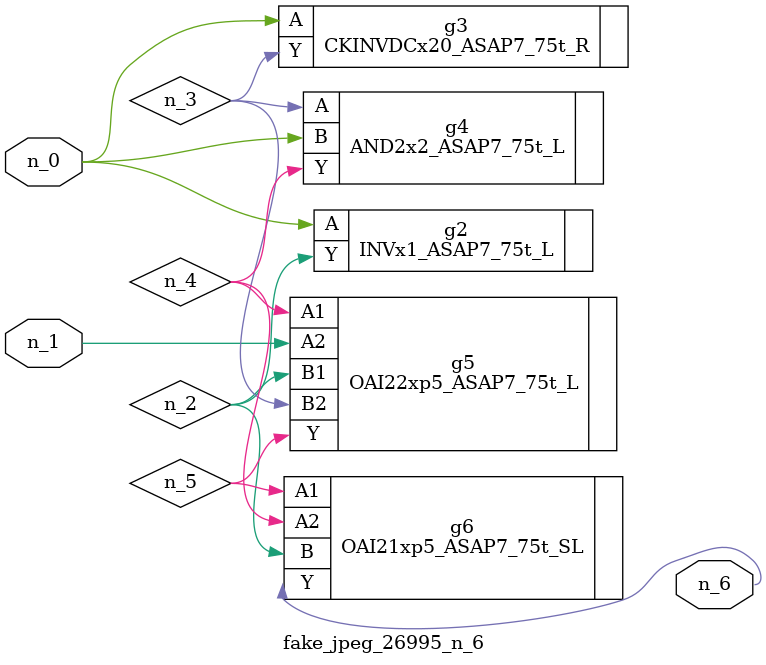
<source format=v>
module fake_jpeg_26995_n_6 (n_0, n_1, n_6);

input n_0;
input n_1;

output n_6;

wire n_2;
wire n_3;
wire n_4;
wire n_5;

INVx1_ASAP7_75t_L g2 ( 
.A(n_0),
.Y(n_2)
);

CKINVDCx20_ASAP7_75t_R g3 ( 
.A(n_0),
.Y(n_3)
);

AND2x2_ASAP7_75t_L g4 ( 
.A(n_3),
.B(n_0),
.Y(n_4)
);

OAI22xp5_ASAP7_75t_L g5 ( 
.A1(n_4),
.A2(n_1),
.B1(n_2),
.B2(n_3),
.Y(n_5)
);

OAI21xp5_ASAP7_75t_SL g6 ( 
.A1(n_5),
.A2(n_4),
.B(n_2),
.Y(n_6)
);


endmodule
</source>
